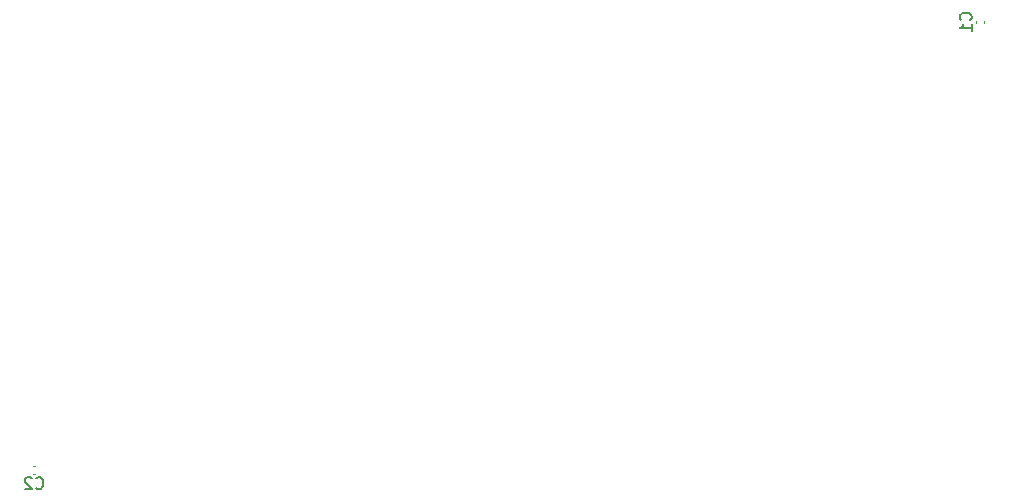
<source format=gbr>
%TF.GenerationSoftware,KiCad,Pcbnew,8.0.1*%
%TF.CreationDate,2024-06-25T09:58:30-03:00*%
%TF.ProjectId,EA075_Optisort,45413037-355f-44f7-9074-69736f72742e,rev?*%
%TF.SameCoordinates,Original*%
%TF.FileFunction,Legend,Bot*%
%TF.FilePolarity,Positive*%
%FSLAX46Y46*%
G04 Gerber Fmt 4.6, Leading zero omitted, Abs format (unit mm)*
G04 Created by KiCad (PCBNEW 8.0.1) date 2024-06-25 09:58:30*
%MOMM*%
%LPD*%
G01*
G04 APERTURE LIST*
%ADD10C,0.150000*%
%ADD11C,0.120000*%
G04 APERTURE END LIST*
D10*
X71046666Y-96319580D02*
X71094285Y-96367200D01*
X71094285Y-96367200D02*
X71237142Y-96414819D01*
X71237142Y-96414819D02*
X71332380Y-96414819D01*
X71332380Y-96414819D02*
X71475237Y-96367200D01*
X71475237Y-96367200D02*
X71570475Y-96271961D01*
X71570475Y-96271961D02*
X71618094Y-96176723D01*
X71618094Y-96176723D02*
X71665713Y-95986247D01*
X71665713Y-95986247D02*
X71665713Y-95843390D01*
X71665713Y-95843390D02*
X71618094Y-95652914D01*
X71618094Y-95652914D02*
X71570475Y-95557676D01*
X71570475Y-95557676D02*
X71475237Y-95462438D01*
X71475237Y-95462438D02*
X71332380Y-95414819D01*
X71332380Y-95414819D02*
X71237142Y-95414819D01*
X71237142Y-95414819D02*
X71094285Y-95462438D01*
X71094285Y-95462438D02*
X71046666Y-95510057D01*
X70665713Y-95510057D02*
X70618094Y-95462438D01*
X70618094Y-95462438D02*
X70522856Y-95414819D01*
X70522856Y-95414819D02*
X70284761Y-95414819D01*
X70284761Y-95414819D02*
X70189523Y-95462438D01*
X70189523Y-95462438D02*
X70141904Y-95510057D01*
X70141904Y-95510057D02*
X70094285Y-95605295D01*
X70094285Y-95605295D02*
X70094285Y-95700533D01*
X70094285Y-95700533D02*
X70141904Y-95843390D01*
X70141904Y-95843390D02*
X70713332Y-96414819D01*
X70713332Y-96414819D02*
X70094285Y-96414819D01*
X150149580Y-56683333D02*
X150197200Y-56635714D01*
X150197200Y-56635714D02*
X150244819Y-56492857D01*
X150244819Y-56492857D02*
X150244819Y-56397619D01*
X150244819Y-56397619D02*
X150197200Y-56254762D01*
X150197200Y-56254762D02*
X150101961Y-56159524D01*
X150101961Y-56159524D02*
X150006723Y-56111905D01*
X150006723Y-56111905D02*
X149816247Y-56064286D01*
X149816247Y-56064286D02*
X149673390Y-56064286D01*
X149673390Y-56064286D02*
X149482914Y-56111905D01*
X149482914Y-56111905D02*
X149387676Y-56159524D01*
X149387676Y-56159524D02*
X149292438Y-56254762D01*
X149292438Y-56254762D02*
X149244819Y-56397619D01*
X149244819Y-56397619D02*
X149244819Y-56492857D01*
X149244819Y-56492857D02*
X149292438Y-56635714D01*
X149292438Y-56635714D02*
X149340057Y-56683333D01*
X150244819Y-57635714D02*
X150244819Y-57064286D01*
X150244819Y-57350000D02*
X149244819Y-57350000D01*
X149244819Y-57350000D02*
X149387676Y-57254762D01*
X149387676Y-57254762D02*
X149482914Y-57159524D01*
X149482914Y-57159524D02*
X149530533Y-57064286D01*
D11*
%TO.C,C2*%
X70987836Y-95160000D02*
X70772164Y-95160000D01*
X70987836Y-94440000D02*
X70772164Y-94440000D01*
%TO.C,C1*%
X150590000Y-56957836D02*
X150590000Y-56742164D01*
X151310000Y-56957836D02*
X151310000Y-56742164D01*
%TD*%
M02*

</source>
